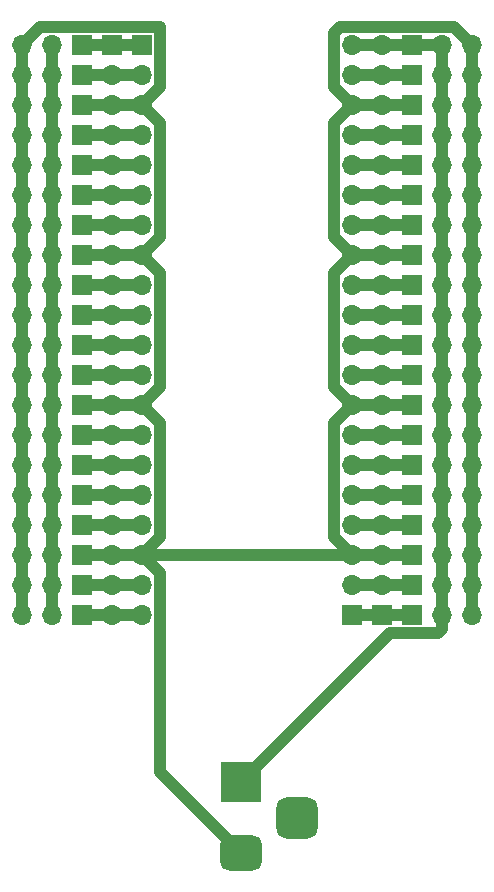
<source format=gbr>
%TF.GenerationSoftware,KiCad,Pcbnew,7.0.2*%
%TF.CreationDate,2023-05-07T16:36:29+01:00*%
%TF.ProjectId,working,776f726b-696e-4672-9e6b-696361645f70,rev?*%
%TF.SameCoordinates,Original*%
%TF.FileFunction,Copper,L1,Top*%
%TF.FilePolarity,Positive*%
%FSLAX46Y46*%
G04 Gerber Fmt 4.6, Leading zero omitted, Abs format (unit mm)*
G04 Created by KiCad (PCBNEW 7.0.2) date 2023-05-07 16:36:29*
%MOMM*%
%LPD*%
G01*
G04 APERTURE LIST*
G04 Aperture macros list*
%AMRoundRect*
0 Rectangle with rounded corners*
0 $1 Rounding radius*
0 $2 $3 $4 $5 $6 $7 $8 $9 X,Y pos of 4 corners*
0 Add a 4 corners polygon primitive as box body*
4,1,4,$2,$3,$4,$5,$6,$7,$8,$9,$2,$3,0*
0 Add four circle primitives for the rounded corners*
1,1,$1+$1,$2,$3*
1,1,$1+$1,$4,$5*
1,1,$1+$1,$6,$7*
1,1,$1+$1,$8,$9*
0 Add four rect primitives between the rounded corners*
20,1,$1+$1,$2,$3,$4,$5,0*
20,1,$1+$1,$4,$5,$6,$7,0*
20,1,$1+$1,$6,$7,$8,$9,0*
20,1,$1+$1,$8,$9,$2,$3,0*%
G04 Aperture macros list end*
%TA.AperFunction,ComponentPad*%
%ADD10R,1.700000X1.700000*%
%TD*%
%TA.AperFunction,ComponentPad*%
%ADD11O,1.700000X1.700000*%
%TD*%
%TA.AperFunction,ComponentPad*%
%ADD12RoundRect,0.875000X0.875000X-0.875000X0.875000X0.875000X-0.875000X0.875000X-0.875000X-0.875000X0*%
%TD*%
%TA.AperFunction,ComponentPad*%
%ADD13RoundRect,0.750000X1.000000X-0.750000X1.000000X0.750000X-1.000000X0.750000X-1.000000X-0.750000X0*%
%TD*%
%TA.AperFunction,ComponentPad*%
%ADD14R,3.500000X3.500000*%
%TD*%
%TA.AperFunction,Conductor*%
%ADD15C,1.000000*%
%TD*%
G04 APERTURE END LIST*
D10*
%TO.P,J45,1,Pin_1*%
%TO.N,GND*%
X-13970000Y-6350000D03*
D11*
%TO.P,J45,2,Pin_2*%
%TO.N,+5V*%
X-16510000Y-6350000D03*
%TO.P,J45,3,Pin_3*%
%TO.N,GND*%
X-19050000Y-6350000D03*
%TD*%
D10*
%TO.P,J44,1,Pin_1*%
%TO.N,+3.3V*%
X13970000Y13970000D03*
D11*
%TO.P,J44,2,Pin_2*%
%TO.N,+5V*%
X16510000Y13970000D03*
%TO.P,J44,3,Pin_3*%
%TO.N,GND*%
X19050000Y13970000D03*
%TD*%
D10*
%TO.P,J43,1,Pin_1*%
%TO.N,/en*%
X13970000Y16510000D03*
D11*
%TO.P,J43,2,Pin_2*%
%TO.N,+5V*%
X16510000Y16510000D03*
%TO.P,J43,3,Pin_3*%
%TO.N,GND*%
X19050000Y16510000D03*
%TD*%
D10*
%TO.P,J42,1,Pin_1*%
%TO.N,GND*%
X13970000Y19050000D03*
D11*
%TO.P,J42,2,Pin_2*%
%TO.N,+5V*%
X16510000Y19050000D03*
%TO.P,J42,3,Pin_3*%
%TO.N,GND*%
X19050000Y19050000D03*
%TD*%
D10*
%TO.P,J41,1,Pin_1*%
%TO.N,/vsys*%
X13970000Y21590000D03*
D11*
%TO.P,J41,2,Pin_2*%
%TO.N,+5V*%
X16510000Y21590000D03*
%TO.P,J41,3,Pin_3*%
%TO.N,GND*%
X19050000Y21590000D03*
%TD*%
D10*
%TO.P,J40,1,Pin_1*%
%TO.N,+5V*%
X13970000Y24130000D03*
D11*
%TO.P,J40,2,Pin_2*%
X16510000Y24130000D03*
%TO.P,J40,3,Pin_3*%
%TO.N,GND*%
X19050000Y24130000D03*
%TD*%
%TO.P,J39,3,Pin_3*%
%TO.N,GND*%
X19050000Y-19050000D03*
%TO.P,J39,2,Pin_2*%
%TO.N,+5V*%
X16510000Y-19050000D03*
D10*
%TO.P,J39,1,Pin_1*%
%TO.N,GND*%
X13970000Y-19050000D03*
%TD*%
%TO.P,J38,1,Pin_1*%
%TO.N,GND*%
X13970000Y-6350000D03*
D11*
%TO.P,J38,2,Pin_2*%
%TO.N,+5V*%
X16510000Y-6350000D03*
%TO.P,J38,3,Pin_3*%
%TO.N,GND*%
X19050000Y-6350000D03*
%TD*%
D10*
%TO.P,J37,1,Pin_1*%
%TO.N,GND*%
X13985000Y6350000D03*
D11*
%TO.P,J37,2,Pin_2*%
%TO.N,+5V*%
X16525000Y6350000D03*
%TO.P,J37,3,Pin_3*%
%TO.N,GND*%
X19065000Y6350000D03*
%TD*%
D10*
%TO.P,J36,1,Pin_1*%
%TO.N,GND*%
X-13970000Y-19050000D03*
D11*
%TO.P,J36,2,Pin_2*%
%TO.N,+5V*%
X-16510000Y-19050000D03*
%TO.P,J36,3,Pin_3*%
%TO.N,GND*%
X-19050000Y-19050000D03*
%TD*%
D10*
%TO.P,J35,1,Pin_1*%
%TO.N,GND*%
X-13970000Y6350000D03*
D11*
%TO.P,J35,2,Pin_2*%
%TO.N,+5V*%
X-16510000Y6350000D03*
%TO.P,J35,3,Pin_3*%
%TO.N,GND*%
X-19050000Y6350000D03*
%TD*%
%TO.P,J31,3,Pin_3*%
%TO.N,GND*%
X-19050000Y19050000D03*
%TO.P,J31,2,Pin_2*%
%TO.N,+5V*%
X-16510000Y19050000D03*
D10*
%TO.P,J31,1,Pin_1*%
%TO.N,GND*%
X-13970000Y19050000D03*
%TD*%
%TO.P,J34,1,Pin_1*%
%TO.N,/gpio21*%
X13970000Y-8890000D03*
D11*
%TO.P,J34,2,Pin_2*%
%TO.N,+5V*%
X16510000Y-8890000D03*
%TO.P,J34,3,Pin_3*%
%TO.N,GND*%
X19050000Y-8890000D03*
%TD*%
D10*
%TO.P,J33,1,Pin_1*%
%TO.N,/gpio22*%
X13970000Y-3810000D03*
D11*
%TO.P,J33,2,Pin_2*%
%TO.N,+5V*%
X16510000Y-3810000D03*
%TO.P,J33,3,Pin_3*%
%TO.N,GND*%
X19050000Y-3810000D03*
%TD*%
D12*
%TO.P,J32,3*%
%TO.N,unconnected-(J32-Pad3)*%
X4222500Y-41280000D03*
D13*
%TO.P,J32,2*%
%TO.N,GND*%
X-477500Y-44280000D03*
D14*
%TO.P,J32,1*%
%TO.N,+5V*%
X-477500Y-38280000D03*
%TD*%
D10*
%TO.P,J30,1,Pin_1*%
%TO.N,/adc_vref*%
X13970000Y11430000D03*
D11*
%TO.P,J30,2,Pin_2*%
%TO.N,+5V*%
X16510000Y11430000D03*
%TO.P,J30,3,Pin_3*%
%TO.N,GND*%
X19050000Y11430000D03*
%TD*%
D10*
%TO.P,J29,1,Pin_1*%
%TO.N,/gpio28*%
X13970000Y8890000D03*
D11*
%TO.P,J29,2,Pin_2*%
%TO.N,+5V*%
X16510000Y8890000D03*
%TO.P,J29,3,Pin_3*%
%TO.N,GND*%
X19050000Y8890000D03*
%TD*%
D10*
%TO.P,J28,1,Pin_1*%
%TO.N,/gpio27*%
X13970000Y3810000D03*
D11*
%TO.P,J28,2,Pin_2*%
%TO.N,+5V*%
X16510000Y3810000D03*
%TO.P,J28,3,Pin_3*%
%TO.N,GND*%
X19050000Y3810000D03*
%TD*%
D10*
%TO.P,J27,1,Pin_1*%
%TO.N,/gpio26*%
X13970000Y1270000D03*
D11*
%TO.P,J27,2,Pin_2*%
%TO.N,+5V*%
X16510000Y1270000D03*
%TO.P,J27,3,Pin_3*%
%TO.N,GND*%
X19050000Y1270000D03*
%TD*%
D10*
%TO.P,J26,1,Pin_1*%
%TO.N,/oobb_23*%
X13970000Y-1270000D03*
D11*
%TO.P,J26,2,Pin_2*%
%TO.N,+5V*%
X16510000Y-1270000D03*
%TO.P,J26,3,Pin_3*%
%TO.N,GND*%
X19050000Y-1270000D03*
%TD*%
D10*
%TO.P,J25,1,Pin_1*%
%TO.N,/gpio0*%
X-13985000Y24130000D03*
D11*
%TO.P,J25,2,Pin_2*%
%TO.N,+5V*%
X-16525000Y24130000D03*
%TO.P,J25,3,Pin_3*%
%TO.N,GND*%
X-19065000Y24130000D03*
%TD*%
D10*
%TO.P,J24,1,Pin_1*%
%TO.N,/gpio11*%
X-13985000Y-11430000D03*
D11*
%TO.P,J24,2,Pin_2*%
%TO.N,+5V*%
X-16525000Y-11430000D03*
%TO.P,J24,3,Pin_3*%
%TO.N,GND*%
X-19065000Y-11430000D03*
%TD*%
D10*
%TO.P,J23,1,Pin_1*%
%TO.N,/gpio12*%
X-13985000Y-13970000D03*
D11*
%TO.P,J23,2,Pin_2*%
%TO.N,+5V*%
X-16525000Y-13970000D03*
%TO.P,J23,3,Pin_3*%
%TO.N,GND*%
X-19065000Y-13970000D03*
%TD*%
D10*
%TO.P,J22,1,Pin_1*%
%TO.N,/gpio19*%
X13985000Y-13970000D03*
D11*
%TO.P,J22,2,Pin_2*%
%TO.N,+5V*%
X16525000Y-13970000D03*
%TO.P,J22,3,Pin_3*%
%TO.N,GND*%
X19065000Y-13970000D03*
%TD*%
D10*
%TO.P,J21,1,Pin_1*%
%TO.N,/gpio18*%
X13970000Y-16510000D03*
D11*
%TO.P,J21,2,Pin_2*%
%TO.N,+5V*%
X16510000Y-16510000D03*
%TO.P,J21,3,Pin_3*%
%TO.N,GND*%
X19050000Y-16510000D03*
%TD*%
D10*
%TO.P,J20,1,Pin_1*%
%TO.N,/gpio17*%
X13985000Y-21590000D03*
D11*
%TO.P,J20,2,Pin_2*%
%TO.N,+5V*%
X16525000Y-21590000D03*
%TO.P,J20,3,Pin_3*%
%TO.N,GND*%
X19065000Y-21590000D03*
%TD*%
D10*
%TO.P,J19,1,Pin_1*%
%TO.N,/gpio16*%
X13970000Y-24130000D03*
D11*
%TO.P,J19,2,Pin_2*%
%TO.N,+5V*%
X16510000Y-24130000D03*
%TO.P,J19,3,Pin_3*%
%TO.N,GND*%
X19050000Y-24130000D03*
%TD*%
D10*
%TO.P,J18,1,Pin_1*%
%TO.N,/gpio15*%
X-13970000Y-24130000D03*
D11*
%TO.P,J18,2,Pin_2*%
%TO.N,+5V*%
X-16510000Y-24130000D03*
%TO.P,J18,3,Pin_3*%
%TO.N,GND*%
X-19050000Y-24130000D03*
%TD*%
D10*
%TO.P,J17,1,Pin_1*%
%TO.N,/gpio14*%
X-13970000Y-21590000D03*
D11*
%TO.P,J17,2,Pin_2*%
%TO.N,+5V*%
X-16510000Y-21590000D03*
%TO.P,J17,3,Pin_3*%
%TO.N,GND*%
X-19050000Y-21590000D03*
%TD*%
D10*
%TO.P,J16,1,Pin_1*%
%TO.N,/gpio13*%
X-13970000Y-16510000D03*
D11*
%TO.P,J16,2,Pin_2*%
%TO.N,+5V*%
X-16510000Y-16510000D03*
%TO.P,J16,3,Pin_3*%
%TO.N,GND*%
X-19050000Y-16510000D03*
%TD*%
D10*
%TO.P,J15,1,Pin_1*%
%TO.N,/gpio20*%
X13970000Y-11430000D03*
D11*
%TO.P,J15,2,Pin_2*%
%TO.N,+5V*%
X16510000Y-11430000D03*
%TO.P,J15,3,Pin_3*%
%TO.N,GND*%
X19050000Y-11430000D03*
%TD*%
D10*
%TO.P,J14,1,Pin_1*%
%TO.N,/gpio10*%
X-13970000Y-8890000D03*
D11*
%TO.P,J14,2,Pin_2*%
%TO.N,+5V*%
X-16510000Y-8890000D03*
%TO.P,J14,3,Pin_3*%
%TO.N,GND*%
X-19050000Y-8890000D03*
%TD*%
D10*
%TO.P,J13,1,Pin_1*%
%TO.N,/gpio9*%
X-13970000Y-3810000D03*
D11*
%TO.P,J13,2,Pin_2*%
%TO.N,+5V*%
X-16510000Y-3810000D03*
%TO.P,J13,3,Pin_3*%
%TO.N,GND*%
X-19050000Y-3810000D03*
%TD*%
D10*
%TO.P,J12,1,Pin_1*%
%TO.N,/gpio8*%
X-13970000Y-1270000D03*
D11*
%TO.P,J12,2,Pin_2*%
%TO.N,+5V*%
X-16510000Y-1270000D03*
%TO.P,J12,3,Pin_3*%
%TO.N,GND*%
X-19050000Y-1270000D03*
%TD*%
D10*
%TO.P,J11,1,Pin_1*%
%TO.N,/gpio7*%
X-13970000Y1270000D03*
D11*
%TO.P,J11,2,Pin_2*%
%TO.N,+5V*%
X-16510000Y1270000D03*
%TO.P,J11,3,Pin_3*%
%TO.N,GND*%
X-19050000Y1270000D03*
%TD*%
D10*
%TO.P,J10,1,Pin_1*%
%TO.N,/gpio6*%
X-13970000Y3810000D03*
D11*
%TO.P,J10,2,Pin_2*%
%TO.N,+5V*%
X-16510000Y3810000D03*
%TO.P,J10,3,Pin_3*%
%TO.N,GND*%
X-19050000Y3810000D03*
%TD*%
D10*
%TO.P,J9,1,Pin_1*%
%TO.N,/gpio5*%
X-13970000Y8890000D03*
D11*
%TO.P,J9,2,Pin_2*%
%TO.N,+5V*%
X-16510000Y8890000D03*
%TO.P,J9,3,Pin_3*%
%TO.N,GND*%
X-19050000Y8890000D03*
%TD*%
D10*
%TO.P,J8,1,Pin_1*%
%TO.N,/gpio4*%
X-13970000Y11430000D03*
D11*
%TO.P,J8,2,Pin_2*%
%TO.N,+5V*%
X-16510000Y11430000D03*
%TO.P,J8,3,Pin_3*%
%TO.N,GND*%
X-19050000Y11430000D03*
%TD*%
D10*
%TO.P,J7,1,Pin_1*%
%TO.N,/gpio3*%
X-13970000Y13970000D03*
D11*
%TO.P,J7,2,Pin_2*%
%TO.N,+5V*%
X-16510000Y13970000D03*
%TO.P,J7,3,Pin_3*%
%TO.N,GND*%
X-19050000Y13970000D03*
%TD*%
D10*
%TO.P,J6,1,Pin_1*%
%TO.N,/gpio2*%
X-13970000Y16510000D03*
D11*
%TO.P,J6,2,Pin_2*%
%TO.N,+5V*%
X-16510000Y16510000D03*
%TO.P,J6,3,Pin_3*%
%TO.N,GND*%
X-19050000Y16510000D03*
%TD*%
D10*
%TO.P,J5,1,Pin_1*%
%TO.N,/gpio1*%
X-13970000Y21590000D03*
D11*
%TO.P,J5,2,Pin_2*%
%TO.N,+5V*%
X-16510000Y21590000D03*
%TO.P,J5,3,Pin_3*%
%TO.N,GND*%
X-19050000Y21590000D03*
%TD*%
D10*
%TO.P,J4,1,Pin_1*%
%TO.N,/gpio16*%
X11430000Y-24130000D03*
D11*
%TO.P,J4,2,Pin_2*%
%TO.N,/gpio17*%
X11430000Y-21590000D03*
%TO.P,J4,3,Pin_3*%
%TO.N,GND*%
X11430000Y-19050000D03*
%TO.P,J4,4,Pin_4*%
%TO.N,/gpio18*%
X11430000Y-16510000D03*
%TO.P,J4,5,Pin_5*%
%TO.N,/gpio19*%
X11430000Y-13970000D03*
%TO.P,J4,6,Pin_6*%
%TO.N,/gpio20*%
X11430000Y-11430000D03*
%TO.P,J4,7,Pin_7*%
%TO.N,/gpio21*%
X11430000Y-8890000D03*
%TO.P,J4,8,Pin_8*%
%TO.N,GND*%
X11430000Y-6350000D03*
%TO.P,J4,9,Pin_9*%
%TO.N,/gpio22*%
X11430000Y-3810000D03*
%TO.P,J4,10,Pin_10*%
%TO.N,/oobb_23*%
X11430000Y-1270000D03*
%TO.P,J4,11,Pin_11*%
%TO.N,/gpio26*%
X11430000Y1270000D03*
%TO.P,J4,12,Pin_12*%
%TO.N,/gpio27*%
X11430000Y3810000D03*
%TO.P,J4,13,Pin_13*%
%TO.N,GND*%
X11430000Y6350000D03*
%TO.P,J4,14,Pin_14*%
%TO.N,/gpio28*%
X11430000Y8890000D03*
%TO.P,J4,15,Pin_15*%
%TO.N,/adc_vref*%
X11430000Y11430000D03*
%TO.P,J4,16,Pin_16*%
%TO.N,+3.3V*%
X11430000Y13970000D03*
%TO.P,J4,17,Pin_17*%
%TO.N,/en*%
X11430000Y16510000D03*
%TO.P,J4,18,Pin_18*%
%TO.N,GND*%
X11430000Y19050000D03*
%TO.P,J4,19,Pin_19*%
%TO.N,/vsys*%
X11430000Y21590000D03*
%TO.P,J4,20,Pin_20*%
%TO.N,+5V*%
X11430000Y24130000D03*
%TD*%
D10*
%TO.P,J3,1,Pin_1*%
%TO.N,/gpio0*%
X-11430000Y24130000D03*
D11*
%TO.P,J3,2,Pin_2*%
%TO.N,/gpio1*%
X-11430000Y21590000D03*
%TO.P,J3,3,Pin_3*%
%TO.N,GND*%
X-11430000Y19050000D03*
%TO.P,J3,4,Pin_4*%
%TO.N,/gpio2*%
X-11430000Y16510000D03*
%TO.P,J3,5,Pin_5*%
%TO.N,/gpio3*%
X-11430000Y13970000D03*
%TO.P,J3,6,Pin_6*%
%TO.N,/gpio4*%
X-11430000Y11430000D03*
%TO.P,J3,7,Pin_7*%
%TO.N,/gpio5*%
X-11430000Y8890000D03*
%TO.P,J3,8,Pin_8*%
%TO.N,GND*%
X-11430000Y6350000D03*
%TO.P,J3,9,Pin_9*%
%TO.N,/gpio6*%
X-11430000Y3810000D03*
%TO.P,J3,10,Pin_10*%
%TO.N,/gpio7*%
X-11430000Y1270000D03*
%TO.P,J3,11,Pin_11*%
%TO.N,/gpio8*%
X-11430000Y-1270000D03*
%TO.P,J3,12,Pin_12*%
%TO.N,/gpio9*%
X-11430000Y-3810000D03*
%TO.P,J3,13,Pin_13*%
%TO.N,GND*%
X-11430000Y-6350000D03*
%TO.P,J3,14,Pin_14*%
%TO.N,/gpio10*%
X-11430000Y-8890000D03*
%TO.P,J3,15,Pin_15*%
%TO.N,/gpio11*%
X-11430000Y-11430000D03*
%TO.P,J3,16,Pin_16*%
%TO.N,/gpio12*%
X-11430000Y-13970000D03*
%TO.P,J3,17,Pin_17*%
%TO.N,/gpio13*%
X-11430000Y-16510000D03*
%TO.P,J3,18,Pin_18*%
%TO.N,GND*%
X-11430000Y-19050000D03*
%TO.P,J3,19,Pin_19*%
%TO.N,/gpio14*%
X-11430000Y-21590000D03*
%TO.P,J3,20,Pin_20*%
%TO.N,/gpio15*%
X-11430000Y-24130000D03*
%TD*%
D10*
%TO.P,J2,1,Pin_1*%
%TO.N,/gpio16*%
X8890000Y-24130000D03*
D11*
%TO.P,J2,2,Pin_2*%
%TO.N,/gpio17*%
X8890000Y-21590000D03*
%TO.P,J2,3,Pin_3*%
%TO.N,GND*%
X8890000Y-19050000D03*
%TO.P,J2,4,Pin_4*%
%TO.N,/gpio18*%
X8890000Y-16510000D03*
%TO.P,J2,5,Pin_5*%
%TO.N,/gpio19*%
X8890000Y-13970000D03*
%TO.P,J2,6,Pin_6*%
%TO.N,/gpio20*%
X8890000Y-11430000D03*
%TO.P,J2,7,Pin_7*%
%TO.N,/gpio21*%
X8890000Y-8890000D03*
%TO.P,J2,8,Pin_8*%
%TO.N,GND*%
X8890000Y-6350000D03*
%TO.P,J2,9,Pin_9*%
%TO.N,/gpio22*%
X8890000Y-3810000D03*
%TO.P,J2,10,Pin_10*%
%TO.N,/oobb_23*%
X8890000Y-1270000D03*
%TO.P,J2,11,Pin_11*%
%TO.N,/gpio26*%
X8890000Y1270000D03*
%TO.P,J2,12,Pin_12*%
%TO.N,/gpio27*%
X8890000Y3810000D03*
%TO.P,J2,13,Pin_13*%
%TO.N,GND*%
X8890000Y6350000D03*
%TO.P,J2,14,Pin_14*%
%TO.N,/gpio28*%
X8890000Y8890000D03*
%TO.P,J2,15,Pin_15*%
%TO.N,/adc_vref*%
X8890000Y11430000D03*
%TO.P,J2,16,Pin_16*%
%TO.N,+3.3V*%
X8890000Y13970000D03*
%TO.P,J2,17,Pin_17*%
%TO.N,/en*%
X8890000Y16510000D03*
%TO.P,J2,18,Pin_18*%
%TO.N,GND*%
X8890000Y19050000D03*
%TO.P,J2,19,Pin_19*%
%TO.N,/vsys*%
X8890000Y21590000D03*
%TO.P,J2,20,Pin_20*%
%TO.N,+5V*%
X8890000Y24130000D03*
%TD*%
D10*
%TO.P,J1,1,Pin_1*%
%TO.N,/gpio0*%
X-8890000Y24130000D03*
D11*
%TO.P,J1,2,Pin_2*%
%TO.N,/gpio1*%
X-8890000Y21590000D03*
%TO.P,J1,3,Pin_3*%
%TO.N,GND*%
X-8890000Y19050000D03*
%TO.P,J1,4,Pin_4*%
%TO.N,/gpio2*%
X-8890000Y16510000D03*
%TO.P,J1,5,Pin_5*%
%TO.N,/gpio3*%
X-8890000Y13970000D03*
%TO.P,J1,6,Pin_6*%
%TO.N,/gpio4*%
X-8890000Y11430000D03*
%TO.P,J1,7,Pin_7*%
%TO.N,/gpio5*%
X-8890000Y8890000D03*
%TO.P,J1,8,Pin_8*%
%TO.N,GND*%
X-8890000Y6350000D03*
%TO.P,J1,9,Pin_9*%
%TO.N,/gpio6*%
X-8890000Y3810000D03*
%TO.P,J1,10,Pin_10*%
%TO.N,/gpio7*%
X-8890000Y1270000D03*
%TO.P,J1,11,Pin_11*%
%TO.N,/gpio8*%
X-8890000Y-1270000D03*
%TO.P,J1,12,Pin_12*%
%TO.N,/gpio9*%
X-8890000Y-3810000D03*
%TO.P,J1,13,Pin_13*%
%TO.N,GND*%
X-8890000Y-6350000D03*
%TO.P,J1,14,Pin_14*%
%TO.N,/gpio10*%
X-8890000Y-8890000D03*
%TO.P,J1,15,Pin_15*%
%TO.N,/gpio11*%
X-8890000Y-11430000D03*
%TO.P,J1,16,Pin_16*%
%TO.N,/gpio12*%
X-8890000Y-13970000D03*
%TO.P,J1,17,Pin_17*%
%TO.N,/gpio13*%
X-8890000Y-16510000D03*
%TO.P,J1,18,Pin_18*%
%TO.N,GND*%
X-8890000Y-19050000D03*
%TO.P,J1,19,Pin_19*%
%TO.N,/gpio14*%
X-8890000Y-21590000D03*
%TO.P,J1,20,Pin_20*%
%TO.N,/gpio15*%
X-8890000Y-24130000D03*
%TD*%
D15*
%TO.N,GND*%
X-7340000Y-20600000D02*
X-8890000Y-19050000D01*
X-477500Y-44280000D02*
X-7340000Y-37417500D01*
X-7340000Y-37417500D02*
X-7340000Y-20600000D01*
%TO.N,+5V*%
X16162081Y-25680000D02*
X16510000Y-25332081D01*
X12122500Y-25680000D02*
X16162081Y-25680000D01*
X16510000Y-25332081D02*
X16510000Y-24130000D01*
X-477500Y-38280000D02*
X12122500Y-25680000D01*
X480000Y-37930000D02*
X130000Y-38280000D01*
X-477500Y-38280000D02*
X130000Y-38280000D01*
%TO.N,GND*%
X-17515000Y25680000D02*
X-19065000Y24130000D01*
X-7340000Y25680000D02*
X-17515000Y25680000D01*
X-7340000Y20600000D02*
X-7340000Y25680000D01*
X7900000Y25680000D02*
X17500000Y25680000D01*
X17500000Y25680000D02*
X19050000Y24130000D01*
X7340000Y25120000D02*
X7900000Y25680000D01*
X7340000Y20600000D02*
X7340000Y25120000D01*
X8890000Y19050000D02*
X7340000Y20600000D01*
X-8890000Y19050000D02*
X-7340000Y20600000D01*
X-7340000Y17500000D02*
X-8890000Y19050000D01*
X-7340000Y7900000D02*
X-7340000Y17500000D01*
X-8890000Y6350000D02*
X-7340000Y7900000D01*
X-7340000Y4800000D02*
X-8890000Y6350000D01*
X-7340000Y-4800000D02*
X-7340000Y4800000D01*
X-8890000Y-6350000D02*
X-7340000Y-4800000D01*
X-7340000Y-7900000D02*
X-8890000Y-6350000D01*
X-8890000Y-19050000D02*
X-7340000Y-17500000D01*
X-7340000Y-17500000D02*
X-7340000Y-7900000D01*
X7340000Y17500000D02*
X8890000Y19050000D01*
X7340000Y7900000D02*
X7340000Y17500000D01*
X8890000Y6350000D02*
X7340000Y7900000D01*
X7340000Y-4800000D02*
X7340000Y4800000D01*
X8890000Y-6350000D02*
X7340000Y-4800000D01*
X7340000Y4800000D02*
X8890000Y6350000D01*
X7340000Y-7900000D02*
X8890000Y-6350000D01*
X8890000Y-19050000D02*
X7340000Y-17500000D01*
X7340000Y-17500000D02*
X7340000Y-7900000D01*
X-8890000Y-19050000D02*
X8890000Y-19050000D01*
X19050000Y24130000D02*
X19050000Y-24130000D01*
X-19065000Y-24115000D02*
X-19050000Y-24130000D01*
X-19065000Y24130000D02*
X-19065000Y-24115000D01*
%TO.N,+5V*%
X-16510000Y24115000D02*
X-16525000Y24130000D01*
X-16510000Y-24130000D02*
X-16510000Y24115000D01*
X16510000Y24130000D02*
X16510000Y13970000D01*
X13970000Y24130000D02*
X16510000Y24130000D01*
X16510000Y-24130000D02*
X16510000Y13970000D01*
X13970000Y24130000D02*
X8890000Y24130000D01*
%TO.N,/vsys*%
X8890000Y21590000D02*
X13970000Y21590000D01*
%TO.N,GND*%
X13970000Y19050000D02*
X8890000Y19050000D01*
%TO.N,/en*%
X8890000Y16510000D02*
X13970000Y16510000D01*
%TO.N,+3.3V*%
X13970000Y13970000D02*
X8890000Y13970000D01*
%TO.N,/adc_vref*%
X13970000Y11430000D02*
X8890000Y11430000D01*
%TO.N,/gpio28*%
X8890000Y8890000D02*
X13970000Y8890000D01*
%TO.N,GND*%
X13985000Y6350000D02*
X8890000Y6350000D01*
%TO.N,/gpio27*%
X8890000Y3810000D02*
X13970000Y3810000D01*
%TO.N,/gpio26*%
X13970000Y1270000D02*
X8890000Y1270000D01*
%TO.N,/oobb_23*%
X8890000Y-1270000D02*
X13970000Y-1270000D01*
%TO.N,/gpio22*%
X13970000Y-3810000D02*
X8890000Y-3810000D01*
%TO.N,GND*%
X8890000Y-6350000D02*
X13970000Y-6350000D01*
%TO.N,/gpio21*%
X8890000Y-8890000D02*
X13970000Y-8890000D01*
%TO.N,/gpio20*%
X13970000Y-11430000D02*
X8890000Y-11430000D01*
%TO.N,/gpio19*%
X8890000Y-13970000D02*
X13985000Y-13970000D01*
%TO.N,/gpio18*%
X13970000Y-16510000D02*
X8890000Y-16510000D01*
%TO.N,GND*%
X8890000Y-19050000D02*
X13970000Y-19050000D01*
%TO.N,/gpio17*%
X13985000Y-21590000D02*
X8890000Y-21590000D01*
%TO.N,/gpio16*%
X8890000Y-24130000D02*
X13970000Y-24130000D01*
%TO.N,/gpio15*%
X-13970000Y-24130000D02*
X-8890000Y-24130000D01*
%TO.N,/gpio14*%
X-8890000Y-21590000D02*
X-13970000Y-21590000D01*
%TO.N,GND*%
X-8890000Y-19050000D02*
X-13970000Y-19050000D01*
%TO.N,/gpio13*%
X-8890000Y-16510000D02*
X-13970000Y-16510000D01*
%TO.N,/gpio12*%
X-8890000Y-13970000D02*
X-13985000Y-13970000D01*
%TO.N,/gpio11*%
X-8890000Y-11430000D02*
X-13985000Y-11430000D01*
%TO.N,/gpio10*%
X-8890000Y-8890000D02*
X-13970000Y-8890000D01*
%TO.N,GND*%
X-8890000Y-6350000D02*
X-13970000Y-6350000D01*
%TO.N,/gpio9*%
X-13970000Y-3810000D02*
X-8890000Y-3810000D01*
%TO.N,/gpio8*%
X-13970000Y-1270000D02*
X-8890000Y-1270000D01*
%TO.N,/gpio7*%
X-13970000Y1270000D02*
X-8890000Y1270000D01*
%TO.N,/gpio6*%
X-13970000Y3810000D02*
X-8890000Y3810000D01*
%TO.N,GND*%
X-13970000Y6350000D02*
X-8890000Y6350000D01*
%TO.N,/gpio5*%
X-13970000Y8890000D02*
X-8890000Y8890000D01*
%TO.N,/gpio4*%
X-13970000Y11430000D02*
X-8890000Y11430000D01*
%TO.N,/gpio3*%
X-13970000Y13970000D02*
X-8890000Y13970000D01*
%TO.N,/gpio2*%
X-8890000Y16510000D02*
X-13970000Y16510000D01*
%TO.N,GND*%
X-13970000Y19050000D02*
X-8890000Y19050000D01*
%TO.N,/gpio1*%
X-8890000Y21590000D02*
X-13970000Y21590000D01*
%TO.N,/gpio0*%
X-13985000Y24130000D02*
X-8890000Y24130000D01*
%TD*%
M02*

</source>
